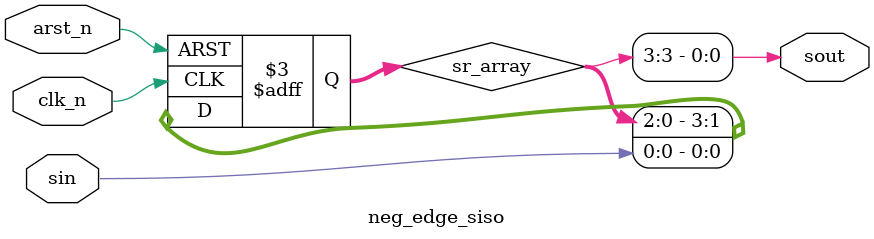
<source format=sv>
module neg_edge_siso #(parameter DEPTH = 4) (
    input wire clk_n, arst_n, sin,
    output wire sout
);
    // 移位寄存器阵列 - 使用寄存器数组实现
    (* shreg_extract = "yes" *) reg [DEPTH-1:0] sr_array;
    
    // 负边沿触发的时序逻辑
    always @(negedge clk_n or negedge arst_n) begin
        if (!arst_n) begin
            // 异步复位，使用位复制操作优化复位路径
            sr_array <= {DEPTH{1'b0}};
        end else begin
            // 使用位级连接操作优化移位逻辑
            sr_array[DEPTH-1:1] <= sr_array[DEPTH-2:0];
            sr_array[0] <= sin;
        end
    end
    
    // 输出连接到最高位 - 使用连续赋值
    assign sout = sr_array[DEPTH-1];
endmodule
</source>
